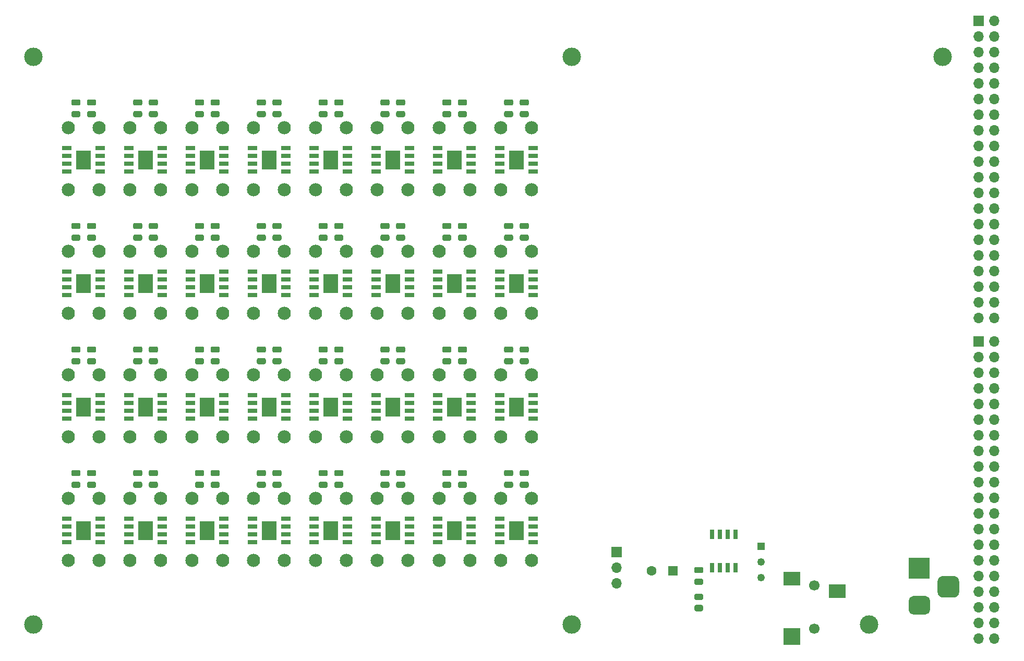
<source format=gbr>
%TF.GenerationSoftware,KiCad,Pcbnew,(5.1.7)-1*%
%TF.CreationDate,2020-11-17T12:59:15+01:00*%
%TF.ProjectId,matd_8x8,6d617464-5f38-4783-982e-6b696361645f,rev?*%
%TF.SameCoordinates,Original*%
%TF.FileFunction,Soldermask,Top*%
%TF.FilePolarity,Negative*%
%FSLAX46Y46*%
G04 Gerber Fmt 4.6, Leading zero omitted, Abs format (unit mm)*
G04 Created by KiCad (PCBNEW (5.1.7)-1) date 2020-11-17 12:59:15*
%MOMM*%
%LPD*%
G01*
G04 APERTURE LIST*
%ADD10R,1.248000X1.248000*%
%ADD11C,1.248000*%
%ADD12C,1.700000*%
%ADD13R,2.800000X2.200000*%
%ADD14R,2.800000X2.800000*%
%ADD15R,0.650000X1.528000*%
%ADD16C,1.600000*%
%ADD17R,1.600000X1.600000*%
%ADD18O,1.700000X1.700000*%
%ADD19R,1.700000X1.700000*%
%ADD20C,2.133600*%
%ADD21R,3.500000X3.500000*%
%ADD22R,1.525000X0.650000*%
%ADD23R,2.410000X3.100000*%
%ADD24C,3.000000*%
G04 APERTURE END LIST*
D10*
%TO.C,R2*%
X155702000Y-129076000D03*
D11*
X155702000Y-131616000D03*
X155702000Y-134156000D03*
%TD*%
D12*
%TO.C,J4*%
X164338000Y-135426000D03*
D13*
X168038000Y-136326000D03*
X160638000Y-134326000D03*
D14*
X160638000Y-143726000D03*
D12*
X164338000Y-142426000D03*
%TD*%
D15*
%TO.C,IC40*%
X151511000Y-127127000D03*
X150241000Y-127127000D03*
X148971000Y-127127000D03*
X147701000Y-127127000D03*
X147701000Y-132549000D03*
X148971000Y-132549000D03*
X150241000Y-132549000D03*
X151511000Y-132549000D03*
%TD*%
D16*
%TO.C,C70*%
X137851000Y-133013000D03*
D17*
X141351000Y-133013000D03*
%TD*%
%TO.C,R1*%
G36*
G01*
X145091999Y-138576000D02*
X145992001Y-138576000D01*
G75*
G02*
X146242000Y-138825999I0J-249999D01*
G01*
X146242000Y-139351001D01*
G75*
G02*
X145992001Y-139601000I-249999J0D01*
G01*
X145091999Y-139601000D01*
G75*
G02*
X144842000Y-139351001I0J249999D01*
G01*
X144842000Y-138825999D01*
G75*
G02*
X145091999Y-138576000I249999J0D01*
G01*
G37*
G36*
G01*
X145091999Y-136751000D02*
X145992001Y-136751000D01*
G75*
G02*
X146242000Y-137000999I0J-249999D01*
G01*
X146242000Y-137526001D01*
G75*
G02*
X145992001Y-137776000I-249999J0D01*
G01*
X145091999Y-137776000D01*
G75*
G02*
X144842000Y-137526001I0J249999D01*
G01*
X144842000Y-137000999D01*
G75*
G02*
X145091999Y-136751000I249999J0D01*
G01*
G37*
%TD*%
D18*
%TO.C,J5*%
X132207000Y-135045000D03*
X132207000Y-132505000D03*
D19*
X132207000Y-129965000D03*
%TD*%
%TO.C,C71*%
G36*
G01*
X145067000Y-134308000D02*
X146017000Y-134308000D01*
G75*
G02*
X146267000Y-134558000I0J-250000D01*
G01*
X146267000Y-135058000D01*
G75*
G02*
X146017000Y-135308000I-250000J0D01*
G01*
X145067000Y-135308000D01*
G75*
G02*
X144817000Y-135058000I0J250000D01*
G01*
X144817000Y-134558000D01*
G75*
G02*
X145067000Y-134308000I250000J0D01*
G01*
G37*
G36*
G01*
X145067000Y-132408000D02*
X146017000Y-132408000D01*
G75*
G02*
X146267000Y-132658000I0J-250000D01*
G01*
X146267000Y-133158000D01*
G75*
G02*
X146017000Y-133408000I-250000J0D01*
G01*
X145067000Y-133408000D01*
G75*
G02*
X144817000Y-133158000I0J250000D01*
G01*
X144817000Y-132658000D01*
G75*
G02*
X145067000Y-132408000I250000J0D01*
G01*
G37*
%TD*%
D18*
%TO.C,J2*%
X193548000Y-144018000D03*
X191008000Y-144018000D03*
X193548000Y-141478000D03*
X191008000Y-141478000D03*
X193548000Y-138938000D03*
X191008000Y-138938000D03*
X193548000Y-136398000D03*
X191008000Y-136398000D03*
X193548000Y-133858000D03*
X191008000Y-133858000D03*
X193548000Y-131318000D03*
X191008000Y-131318000D03*
X193548000Y-128778000D03*
X191008000Y-128778000D03*
X193548000Y-126238000D03*
X191008000Y-126238000D03*
X193548000Y-123698000D03*
X191008000Y-123698000D03*
X193548000Y-121158000D03*
X191008000Y-121158000D03*
X193548000Y-118618000D03*
X191008000Y-118618000D03*
X193548000Y-116078000D03*
X191008000Y-116078000D03*
X193548000Y-113538000D03*
X191008000Y-113538000D03*
X193548000Y-110998000D03*
X191008000Y-110998000D03*
X193548000Y-108458000D03*
X191008000Y-108458000D03*
X193548000Y-105918000D03*
X191008000Y-105918000D03*
X193548000Y-103378000D03*
X191008000Y-103378000D03*
X193548000Y-100838000D03*
X191008000Y-100838000D03*
X193548000Y-98298000D03*
X191008000Y-98298000D03*
X193548000Y-95758000D03*
D19*
X191008000Y-95758000D03*
%TD*%
D18*
%TO.C,J1*%
X193548000Y-91948000D03*
X191008000Y-91948000D03*
X193548000Y-89408000D03*
X191008000Y-89408000D03*
X193548000Y-86868000D03*
X191008000Y-86868000D03*
X193548000Y-84328000D03*
X191008000Y-84328000D03*
X193548000Y-81788000D03*
X191008000Y-81788000D03*
X193548000Y-79248000D03*
X191008000Y-79248000D03*
X193548000Y-76708000D03*
X191008000Y-76708000D03*
X193548000Y-74168000D03*
X191008000Y-74168000D03*
X193548000Y-71628000D03*
X191008000Y-71628000D03*
X193548000Y-69088000D03*
X191008000Y-69088000D03*
X193548000Y-66548000D03*
X191008000Y-66548000D03*
X193548000Y-64008000D03*
X191008000Y-64008000D03*
X193548000Y-61468000D03*
X191008000Y-61468000D03*
X193548000Y-58928000D03*
X191008000Y-58928000D03*
X193548000Y-56388000D03*
X191008000Y-56388000D03*
X193548000Y-53848000D03*
X191008000Y-53848000D03*
X193548000Y-51308000D03*
X191008000Y-51308000D03*
X193548000Y-48768000D03*
X191008000Y-48768000D03*
X193548000Y-46228000D03*
X191008000Y-46228000D03*
X193548000Y-43688000D03*
D19*
X191008000Y-43688000D03*
%TD*%
D20*
%TO.C,SG64*%
X113450999Y-131318000D03*
X118450999Y-131318000D03*
%TD*%
%TO.C,SG63*%
X103418000Y-131318000D03*
X108418000Y-131318000D03*
%TD*%
%TO.C,SG62*%
X93385000Y-131318000D03*
X98385000Y-131318000D03*
%TD*%
%TO.C,SG61*%
X83351999Y-131318000D03*
X88351999Y-131318000D03*
%TD*%
%TO.C,SG60*%
X73319000Y-131318000D03*
X78319000Y-131318000D03*
%TD*%
%TO.C,SG59*%
X63285999Y-131318000D03*
X68285999Y-131318000D03*
%TD*%
%TO.C,SG58*%
X53252999Y-131318000D03*
X58252999Y-131318000D03*
%TD*%
%TO.C,SG57*%
X43220000Y-131318000D03*
X48220000Y-131318000D03*
%TD*%
%TO.C,SG56*%
X113450999Y-121285000D03*
X118450999Y-121285000D03*
%TD*%
%TO.C,SG55*%
X103418000Y-121285000D03*
X108418000Y-121285000D03*
%TD*%
%TO.C,SG54*%
X93385000Y-121285000D03*
X98385000Y-121285000D03*
%TD*%
%TO.C,SG53*%
X83351999Y-121285000D03*
X88351999Y-121285000D03*
%TD*%
%TO.C,SG52*%
X73319000Y-121285000D03*
X78319000Y-121285000D03*
%TD*%
%TO.C,SG51*%
X63285999Y-121285000D03*
X68285999Y-121285000D03*
%TD*%
%TO.C,SG50*%
X53252999Y-121285000D03*
X58252999Y-121285000D03*
%TD*%
%TO.C,SG49*%
X43220000Y-121285000D03*
X48220000Y-121285000D03*
%TD*%
%TO.C,SG48*%
X113450999Y-111251999D03*
X118450999Y-111251999D03*
%TD*%
%TO.C,SG47*%
X103418000Y-111251999D03*
X108418000Y-111251999D03*
%TD*%
%TO.C,SG46*%
X93385000Y-111251999D03*
X98385000Y-111251999D03*
%TD*%
%TO.C,SG45*%
X83351999Y-111251999D03*
X88351999Y-111251999D03*
%TD*%
%TO.C,SG44*%
X73319000Y-111251999D03*
X78319000Y-111251999D03*
%TD*%
%TO.C,SG43*%
X63285999Y-111251999D03*
X68285999Y-111251999D03*
%TD*%
%TO.C,SG42*%
X53252999Y-111251999D03*
X58252999Y-111251999D03*
%TD*%
%TO.C,SG41*%
X43220000Y-111251999D03*
X48220000Y-111251999D03*
%TD*%
%TO.C,SG40*%
X113450999Y-101219000D03*
X118450999Y-101219000D03*
%TD*%
%TO.C,SG39*%
X103418000Y-101219000D03*
X108418000Y-101219000D03*
%TD*%
%TO.C,SG38*%
X93385000Y-101219000D03*
X98385000Y-101219000D03*
%TD*%
%TO.C,SG37*%
X83351999Y-101219000D03*
X88351999Y-101219000D03*
%TD*%
%TO.C,SG36*%
X73319000Y-101219000D03*
X78319000Y-101219000D03*
%TD*%
%TO.C,SG35*%
X63285999Y-101219000D03*
X68285999Y-101219000D03*
%TD*%
%TO.C,SG34*%
X53252999Y-101219000D03*
X58252999Y-101219000D03*
%TD*%
%TO.C,SG33*%
X43220000Y-101219000D03*
X48220000Y-101219000D03*
%TD*%
%TO.C,SG32*%
X113450999Y-91186000D03*
X118450999Y-91186000D03*
%TD*%
%TO.C,SG31*%
X103418000Y-91186000D03*
X108418000Y-91186000D03*
%TD*%
%TO.C,SG30*%
X93385000Y-91186000D03*
X98385000Y-91186000D03*
%TD*%
%TO.C,SG29*%
X83351999Y-91186000D03*
X88351999Y-91186000D03*
%TD*%
%TO.C,SG28*%
X73319000Y-91186000D03*
X78319000Y-91186000D03*
%TD*%
%TO.C,SG27*%
X63285999Y-91186000D03*
X68285999Y-91186000D03*
%TD*%
%TO.C,SG26*%
X53252999Y-91186000D03*
X58252999Y-91186000D03*
%TD*%
%TO.C,SG25*%
X43220000Y-91186000D03*
X48220000Y-91186000D03*
%TD*%
%TO.C,SG24*%
X113450999Y-81152999D03*
X118450999Y-81152999D03*
%TD*%
%TO.C,SG23*%
X103418000Y-81152999D03*
X108418000Y-81152999D03*
%TD*%
%TO.C,SG22*%
X93385000Y-81152999D03*
X98385000Y-81152999D03*
%TD*%
%TO.C,SG21*%
X83351999Y-81152999D03*
X88351999Y-81152999D03*
%TD*%
%TO.C,SG20*%
X73319000Y-81152999D03*
X78319000Y-81152999D03*
%TD*%
%TO.C,SG19*%
X63285999Y-81152999D03*
X68285999Y-81152999D03*
%TD*%
%TO.C,SG18*%
X53252999Y-81152999D03*
X58252999Y-81152999D03*
%TD*%
%TO.C,SG17*%
X43220000Y-81152999D03*
X48220000Y-81152999D03*
%TD*%
%TO.C,SG16*%
X113450999Y-71120000D03*
X118450999Y-71120000D03*
%TD*%
%TO.C,SG15*%
X103418000Y-71120000D03*
X108418000Y-71120000D03*
%TD*%
%TO.C,SG14*%
X93385000Y-71120000D03*
X98385000Y-71120000D03*
%TD*%
%TO.C,SG13*%
X83351999Y-71120000D03*
X88351999Y-71120000D03*
%TD*%
%TO.C,SG12*%
X73319000Y-71120000D03*
X78319000Y-71120000D03*
%TD*%
%TO.C,SG11*%
X63285999Y-71120000D03*
X68285999Y-71120000D03*
%TD*%
%TO.C,SG10*%
X53252999Y-71120000D03*
X58252999Y-71120000D03*
%TD*%
%TO.C,SG9*%
X43220000Y-71120000D03*
X48220000Y-71120000D03*
%TD*%
%TO.C,SG8*%
X113450999Y-61087000D03*
X118450999Y-61087000D03*
%TD*%
%TO.C,SG7*%
X103418000Y-61087000D03*
X108418000Y-61087000D03*
%TD*%
%TO.C,SG6*%
X93385000Y-61087000D03*
X98385000Y-61087000D03*
%TD*%
%TO.C,SG5*%
X83351999Y-61087000D03*
X88351999Y-61087000D03*
%TD*%
%TO.C,SG4*%
X73319000Y-61087000D03*
X78319000Y-61087000D03*
%TD*%
%TO.C,SG3*%
X63285999Y-61087000D03*
X68285999Y-61087000D03*
%TD*%
%TO.C,SG2*%
X53252999Y-61087000D03*
X58252999Y-61087000D03*
%TD*%
%TO.C,SG1*%
X43220000Y-61087000D03*
X48220000Y-61087000D03*
%TD*%
%TO.C,J3*%
G36*
G01*
X186931000Y-137382000D02*
X185181000Y-137382000D01*
G75*
G02*
X184306000Y-136507000I0J875000D01*
G01*
X184306000Y-134757000D01*
G75*
G02*
X185181000Y-133882000I875000J0D01*
G01*
X186931000Y-133882000D01*
G75*
G02*
X187806000Y-134757000I0J-875000D01*
G01*
X187806000Y-136507000D01*
G75*
G02*
X186931000Y-137382000I-875000J0D01*
G01*
G37*
G36*
G01*
X182356000Y-140132000D02*
X180356000Y-140132000D01*
G75*
G02*
X179606000Y-139382000I0J750000D01*
G01*
X179606000Y-137882000D01*
G75*
G02*
X180356000Y-137132000I750000J0D01*
G01*
X182356000Y-137132000D01*
G75*
G02*
X183106000Y-137882000I0J-750000D01*
G01*
X183106000Y-139382000D01*
G75*
G02*
X182356000Y-140132000I-750000J0D01*
G01*
G37*
D21*
X181356000Y-132632000D03*
%TD*%
D22*
%TO.C,IC32*%
X118662999Y-128396999D03*
X118662999Y-127126999D03*
X118662999Y-125856999D03*
X118662999Y-124586999D03*
X113238999Y-124586999D03*
X113238999Y-125856999D03*
X113238999Y-127126999D03*
X113238999Y-128396999D03*
D23*
X115950999Y-126491999D03*
%TD*%
D22*
%TO.C,IC31*%
X108630000Y-128396999D03*
X108630000Y-127126999D03*
X108630000Y-125856999D03*
X108630000Y-124586999D03*
X103206000Y-124586999D03*
X103206000Y-125856999D03*
X103206000Y-127126999D03*
X103206000Y-128396999D03*
D23*
X105918000Y-126491999D03*
%TD*%
D22*
%TO.C,IC30*%
X98597000Y-128396999D03*
X98597000Y-127126999D03*
X98597000Y-125856999D03*
X98597000Y-124586999D03*
X93173000Y-124586999D03*
X93173000Y-125856999D03*
X93173000Y-127126999D03*
X93173000Y-128396999D03*
D23*
X95885000Y-126491999D03*
%TD*%
D22*
%TO.C,IC29*%
X88563999Y-128396999D03*
X88563999Y-127126999D03*
X88563999Y-125856999D03*
X88563999Y-124586999D03*
X83139999Y-124586999D03*
X83139999Y-125856999D03*
X83139999Y-127126999D03*
X83139999Y-128396999D03*
D23*
X85851999Y-126491999D03*
%TD*%
D22*
%TO.C,IC28*%
X78531000Y-128396999D03*
X78531000Y-127126999D03*
X78531000Y-125856999D03*
X78531000Y-124586999D03*
X73107000Y-124586999D03*
X73107000Y-125856999D03*
X73107000Y-127126999D03*
X73107000Y-128396999D03*
D23*
X75819000Y-126491999D03*
%TD*%
D22*
%TO.C,IC27*%
X68497999Y-128396999D03*
X68497999Y-127126999D03*
X68497999Y-125856999D03*
X68497999Y-124586999D03*
X63073999Y-124586999D03*
X63073999Y-125856999D03*
X63073999Y-127126999D03*
X63073999Y-128396999D03*
D23*
X65785999Y-126491999D03*
%TD*%
D22*
%TO.C,IC26*%
X58464999Y-128396999D03*
X58464999Y-127126999D03*
X58464999Y-125856999D03*
X58464999Y-124586999D03*
X53040999Y-124586999D03*
X53040999Y-125856999D03*
X53040999Y-127126999D03*
X53040999Y-128396999D03*
D23*
X55752999Y-126491999D03*
%TD*%
D22*
%TO.C,IC25*%
X48432000Y-128396999D03*
X48432000Y-127126999D03*
X48432000Y-125856999D03*
X48432000Y-124586999D03*
X43008000Y-124586999D03*
X43008000Y-125856999D03*
X43008000Y-127126999D03*
X43008000Y-128396999D03*
D23*
X45720000Y-126491999D03*
%TD*%
D22*
%TO.C,IC24*%
X118662999Y-108330999D03*
X118662999Y-107060999D03*
X118662999Y-105790999D03*
X118662999Y-104520999D03*
X113238999Y-104520999D03*
X113238999Y-105790999D03*
X113238999Y-107060999D03*
X113238999Y-108330999D03*
D23*
X115950999Y-106425999D03*
%TD*%
D22*
%TO.C,IC23*%
X108630000Y-108330999D03*
X108630000Y-107060999D03*
X108630000Y-105790999D03*
X108630000Y-104520999D03*
X103206000Y-104520999D03*
X103206000Y-105790999D03*
X103206000Y-107060999D03*
X103206000Y-108330999D03*
D23*
X105918000Y-106425999D03*
%TD*%
D22*
%TO.C,IC22*%
X98597000Y-108330999D03*
X98597000Y-107060999D03*
X98597000Y-105790999D03*
X98597000Y-104520999D03*
X93173000Y-104520999D03*
X93173000Y-105790999D03*
X93173000Y-107060999D03*
X93173000Y-108330999D03*
D23*
X95885000Y-106425999D03*
%TD*%
D22*
%TO.C,IC21*%
X88563999Y-108330999D03*
X88563999Y-107060999D03*
X88563999Y-105790999D03*
X88563999Y-104520999D03*
X83139999Y-104520999D03*
X83139999Y-105790999D03*
X83139999Y-107060999D03*
X83139999Y-108330999D03*
D23*
X85851999Y-106425999D03*
%TD*%
D22*
%TO.C,IC20*%
X78531000Y-108330999D03*
X78531000Y-107060999D03*
X78531000Y-105790999D03*
X78531000Y-104520999D03*
X73107000Y-104520999D03*
X73107000Y-105790999D03*
X73107000Y-107060999D03*
X73107000Y-108330999D03*
D23*
X75819000Y-106425999D03*
%TD*%
D22*
%TO.C,IC19*%
X68497999Y-108330999D03*
X68497999Y-107060999D03*
X68497999Y-105790999D03*
X68497999Y-104520999D03*
X63073999Y-104520999D03*
X63073999Y-105790999D03*
X63073999Y-107060999D03*
X63073999Y-108330999D03*
D23*
X65785999Y-106425999D03*
%TD*%
D22*
%TO.C,IC18*%
X58464999Y-108330999D03*
X58464999Y-107060999D03*
X58464999Y-105790999D03*
X58464999Y-104520999D03*
X53040999Y-104520999D03*
X53040999Y-105790999D03*
X53040999Y-107060999D03*
X53040999Y-108330999D03*
D23*
X55752999Y-106425999D03*
%TD*%
D22*
%TO.C,IC17*%
X48432000Y-108330999D03*
X48432000Y-107060999D03*
X48432000Y-105790999D03*
X48432000Y-104520999D03*
X43008000Y-104520999D03*
X43008000Y-105790999D03*
X43008000Y-107060999D03*
X43008000Y-108330999D03*
D23*
X45720000Y-106425999D03*
%TD*%
D22*
%TO.C,IC16*%
X118662999Y-88265000D03*
X118662999Y-86995000D03*
X118662999Y-85725000D03*
X118662999Y-84455000D03*
X113238999Y-84455000D03*
X113238999Y-85725000D03*
X113238999Y-86995000D03*
X113238999Y-88265000D03*
D23*
X115950999Y-86360000D03*
%TD*%
D22*
%TO.C,IC15*%
X108630000Y-88265000D03*
X108630000Y-86995000D03*
X108630000Y-85725000D03*
X108630000Y-84455000D03*
X103206000Y-84455000D03*
X103206000Y-85725000D03*
X103206000Y-86995000D03*
X103206000Y-88265000D03*
D23*
X105918000Y-86360000D03*
%TD*%
D22*
%TO.C,IC14*%
X98597000Y-88265000D03*
X98597000Y-86995000D03*
X98597000Y-85725000D03*
X98597000Y-84455000D03*
X93173000Y-84455000D03*
X93173000Y-85725000D03*
X93173000Y-86995000D03*
X93173000Y-88265000D03*
D23*
X95885000Y-86360000D03*
%TD*%
D22*
%TO.C,IC13*%
X88563999Y-88265000D03*
X88563999Y-86995000D03*
X88563999Y-85725000D03*
X88563999Y-84455000D03*
X83139999Y-84455000D03*
X83139999Y-85725000D03*
X83139999Y-86995000D03*
X83139999Y-88265000D03*
D23*
X85851999Y-86360000D03*
%TD*%
D22*
%TO.C,IC12*%
X78531000Y-88265000D03*
X78531000Y-86995000D03*
X78531000Y-85725000D03*
X78531000Y-84455000D03*
X73107000Y-84455000D03*
X73107000Y-85725000D03*
X73107000Y-86995000D03*
X73107000Y-88265000D03*
D23*
X75819000Y-86360000D03*
%TD*%
D22*
%TO.C,IC11*%
X68497999Y-88265000D03*
X68497999Y-86995000D03*
X68497999Y-85725000D03*
X68497999Y-84455000D03*
X63073999Y-84455000D03*
X63073999Y-85725000D03*
X63073999Y-86995000D03*
X63073999Y-88265000D03*
D23*
X65785999Y-86360000D03*
%TD*%
D22*
%TO.C,IC10*%
X58464999Y-88265000D03*
X58464999Y-86995000D03*
X58464999Y-85725000D03*
X58464999Y-84455000D03*
X53040999Y-84455000D03*
X53040999Y-85725000D03*
X53040999Y-86995000D03*
X53040999Y-88265000D03*
D23*
X55752999Y-86360000D03*
%TD*%
D22*
%TO.C,IC9*%
X48432000Y-88265000D03*
X48432000Y-86995000D03*
X48432000Y-85725000D03*
X48432000Y-84455000D03*
X43008000Y-84455000D03*
X43008000Y-85725000D03*
X43008000Y-86995000D03*
X43008000Y-88265000D03*
D23*
X45720000Y-86360000D03*
%TD*%
D22*
%TO.C,IC8*%
X118662999Y-68199000D03*
X118662999Y-66929000D03*
X118662999Y-65659000D03*
X118662999Y-64389000D03*
X113238999Y-64389000D03*
X113238999Y-65659000D03*
X113238999Y-66929000D03*
X113238999Y-68199000D03*
D23*
X115950999Y-66294000D03*
%TD*%
D22*
%TO.C,IC7*%
X108630000Y-68199000D03*
X108630000Y-66929000D03*
X108630000Y-65659000D03*
X108630000Y-64389000D03*
X103206000Y-64389000D03*
X103206000Y-65659000D03*
X103206000Y-66929000D03*
X103206000Y-68199000D03*
D23*
X105918000Y-66294000D03*
%TD*%
D22*
%TO.C,IC6*%
X98597000Y-68199000D03*
X98597000Y-66929000D03*
X98597000Y-65659000D03*
X98597000Y-64389000D03*
X93173000Y-64389000D03*
X93173000Y-65659000D03*
X93173000Y-66929000D03*
X93173000Y-68199000D03*
D23*
X95885000Y-66294000D03*
%TD*%
D22*
%TO.C,IC5*%
X88563999Y-68199000D03*
X88563999Y-66929000D03*
X88563999Y-65659000D03*
X88563999Y-64389000D03*
X83139999Y-64389000D03*
X83139999Y-65659000D03*
X83139999Y-66929000D03*
X83139999Y-68199000D03*
D23*
X85851999Y-66294000D03*
%TD*%
D22*
%TO.C,IC4*%
X78531000Y-68199000D03*
X78531000Y-66929000D03*
X78531000Y-65659000D03*
X78531000Y-64389000D03*
X73107000Y-64389000D03*
X73107000Y-65659000D03*
X73107000Y-66929000D03*
X73107000Y-68199000D03*
D23*
X75819000Y-66294000D03*
%TD*%
D22*
%TO.C,IC3*%
X68497999Y-68199000D03*
X68497999Y-66929000D03*
X68497999Y-65659000D03*
X68497999Y-64389000D03*
X63073999Y-64389000D03*
X63073999Y-65659000D03*
X63073999Y-66929000D03*
X63073999Y-68199000D03*
D23*
X65785999Y-66294000D03*
%TD*%
D22*
%TO.C,IC2*%
X58464999Y-68199000D03*
X58464999Y-66929000D03*
X58464999Y-65659000D03*
X58464999Y-64389000D03*
X53040999Y-64389000D03*
X53040999Y-65659000D03*
X53040999Y-66929000D03*
X53040999Y-68199000D03*
D23*
X55752999Y-66294000D03*
%TD*%
D22*
%TO.C,IC1*%
X48432000Y-68199000D03*
X48432000Y-66929000D03*
X48432000Y-65659000D03*
X48432000Y-64389000D03*
X43008000Y-64389000D03*
X43008000Y-65659000D03*
X43008000Y-66929000D03*
X43008000Y-68199000D03*
D23*
X45720000Y-66294000D03*
%TD*%
%TO.C,C64*%
G36*
G01*
X116745999Y-118560000D02*
X117695999Y-118560000D01*
G75*
G02*
X117945999Y-118810000I0J-250000D01*
G01*
X117945999Y-119310000D01*
G75*
G02*
X117695999Y-119560000I-250000J0D01*
G01*
X116745999Y-119560000D01*
G75*
G02*
X116495999Y-119310000I0J250000D01*
G01*
X116495999Y-118810000D01*
G75*
G02*
X116745999Y-118560000I250000J0D01*
G01*
G37*
G36*
G01*
X116745999Y-116660000D02*
X117695999Y-116660000D01*
G75*
G02*
X117945999Y-116910000I0J-250000D01*
G01*
X117945999Y-117410000D01*
G75*
G02*
X117695999Y-117660000I-250000J0D01*
G01*
X116745999Y-117660000D01*
G75*
G02*
X116495999Y-117410000I0J250000D01*
G01*
X116495999Y-116910000D01*
G75*
G02*
X116745999Y-116660000I250000J0D01*
G01*
G37*
%TD*%
%TO.C,C62*%
G36*
G01*
X114205999Y-118560000D02*
X115155999Y-118560000D01*
G75*
G02*
X115405999Y-118810000I0J-250000D01*
G01*
X115405999Y-119310000D01*
G75*
G02*
X115155999Y-119560000I-250000J0D01*
G01*
X114205999Y-119560000D01*
G75*
G02*
X113955999Y-119310000I0J250000D01*
G01*
X113955999Y-118810000D01*
G75*
G02*
X114205999Y-118560000I250000J0D01*
G01*
G37*
G36*
G01*
X114205999Y-116660000D02*
X115155999Y-116660000D01*
G75*
G02*
X115405999Y-116910000I0J-250000D01*
G01*
X115405999Y-117410000D01*
G75*
G02*
X115155999Y-117660000I-250000J0D01*
G01*
X114205999Y-117660000D01*
G75*
G02*
X113955999Y-117410000I0J250000D01*
G01*
X113955999Y-116910000D01*
G75*
G02*
X114205999Y-116660000I250000J0D01*
G01*
G37*
%TD*%
%TO.C,C60*%
G36*
G01*
X106713000Y-118560000D02*
X107663000Y-118560000D01*
G75*
G02*
X107913000Y-118810000I0J-250000D01*
G01*
X107913000Y-119310000D01*
G75*
G02*
X107663000Y-119560000I-250000J0D01*
G01*
X106713000Y-119560000D01*
G75*
G02*
X106463000Y-119310000I0J250000D01*
G01*
X106463000Y-118810000D01*
G75*
G02*
X106713000Y-118560000I250000J0D01*
G01*
G37*
G36*
G01*
X106713000Y-116660000D02*
X107663000Y-116660000D01*
G75*
G02*
X107913000Y-116910000I0J-250000D01*
G01*
X107913000Y-117410000D01*
G75*
G02*
X107663000Y-117660000I-250000J0D01*
G01*
X106713000Y-117660000D01*
G75*
G02*
X106463000Y-117410000I0J250000D01*
G01*
X106463000Y-116910000D01*
G75*
G02*
X106713000Y-116660000I250000J0D01*
G01*
G37*
%TD*%
%TO.C,C58*%
G36*
G01*
X104173000Y-118560000D02*
X105123000Y-118560000D01*
G75*
G02*
X105373000Y-118810000I0J-250000D01*
G01*
X105373000Y-119310000D01*
G75*
G02*
X105123000Y-119560000I-250000J0D01*
G01*
X104173000Y-119560000D01*
G75*
G02*
X103923000Y-119310000I0J250000D01*
G01*
X103923000Y-118810000D01*
G75*
G02*
X104173000Y-118560000I250000J0D01*
G01*
G37*
G36*
G01*
X104173000Y-116660000D02*
X105123000Y-116660000D01*
G75*
G02*
X105373000Y-116910000I0J-250000D01*
G01*
X105373000Y-117410000D01*
G75*
G02*
X105123000Y-117660000I-250000J0D01*
G01*
X104173000Y-117660000D01*
G75*
G02*
X103923000Y-117410000I0J250000D01*
G01*
X103923000Y-116910000D01*
G75*
G02*
X104173000Y-116660000I250000J0D01*
G01*
G37*
%TD*%
%TO.C,C63*%
G36*
G01*
X96680000Y-118560000D02*
X97630000Y-118560000D01*
G75*
G02*
X97880000Y-118810000I0J-250000D01*
G01*
X97880000Y-119310000D01*
G75*
G02*
X97630000Y-119560000I-250000J0D01*
G01*
X96680000Y-119560000D01*
G75*
G02*
X96430000Y-119310000I0J250000D01*
G01*
X96430000Y-118810000D01*
G75*
G02*
X96680000Y-118560000I250000J0D01*
G01*
G37*
G36*
G01*
X96680000Y-116660000D02*
X97630000Y-116660000D01*
G75*
G02*
X97880000Y-116910000I0J-250000D01*
G01*
X97880000Y-117410000D01*
G75*
G02*
X97630000Y-117660000I-250000J0D01*
G01*
X96680000Y-117660000D01*
G75*
G02*
X96430000Y-117410000I0J250000D01*
G01*
X96430000Y-116910000D01*
G75*
G02*
X96680000Y-116660000I250000J0D01*
G01*
G37*
%TD*%
%TO.C,C61*%
G36*
G01*
X94140000Y-118560000D02*
X95090000Y-118560000D01*
G75*
G02*
X95340000Y-118810000I0J-250000D01*
G01*
X95340000Y-119310000D01*
G75*
G02*
X95090000Y-119560000I-250000J0D01*
G01*
X94140000Y-119560000D01*
G75*
G02*
X93890000Y-119310000I0J250000D01*
G01*
X93890000Y-118810000D01*
G75*
G02*
X94140000Y-118560000I250000J0D01*
G01*
G37*
G36*
G01*
X94140000Y-116660000D02*
X95090000Y-116660000D01*
G75*
G02*
X95340000Y-116910000I0J-250000D01*
G01*
X95340000Y-117410000D01*
G75*
G02*
X95090000Y-117660000I-250000J0D01*
G01*
X94140000Y-117660000D01*
G75*
G02*
X93890000Y-117410000I0J250000D01*
G01*
X93890000Y-116910000D01*
G75*
G02*
X94140000Y-116660000I250000J0D01*
G01*
G37*
%TD*%
%TO.C,C59*%
G36*
G01*
X86646999Y-118560000D02*
X87596999Y-118560000D01*
G75*
G02*
X87846999Y-118810000I0J-250000D01*
G01*
X87846999Y-119310000D01*
G75*
G02*
X87596999Y-119560000I-250000J0D01*
G01*
X86646999Y-119560000D01*
G75*
G02*
X86396999Y-119310000I0J250000D01*
G01*
X86396999Y-118810000D01*
G75*
G02*
X86646999Y-118560000I250000J0D01*
G01*
G37*
G36*
G01*
X86646999Y-116660000D02*
X87596999Y-116660000D01*
G75*
G02*
X87846999Y-116910000I0J-250000D01*
G01*
X87846999Y-117410000D01*
G75*
G02*
X87596999Y-117660000I-250000J0D01*
G01*
X86646999Y-117660000D01*
G75*
G02*
X86396999Y-117410000I0J250000D01*
G01*
X86396999Y-116910000D01*
G75*
G02*
X86646999Y-116660000I250000J0D01*
G01*
G37*
%TD*%
%TO.C,C57*%
G36*
G01*
X84106999Y-118560000D02*
X85056999Y-118560000D01*
G75*
G02*
X85306999Y-118810000I0J-250000D01*
G01*
X85306999Y-119310000D01*
G75*
G02*
X85056999Y-119560000I-250000J0D01*
G01*
X84106999Y-119560000D01*
G75*
G02*
X83856999Y-119310000I0J250000D01*
G01*
X83856999Y-118810000D01*
G75*
G02*
X84106999Y-118560000I250000J0D01*
G01*
G37*
G36*
G01*
X84106999Y-116660000D02*
X85056999Y-116660000D01*
G75*
G02*
X85306999Y-116910000I0J-250000D01*
G01*
X85306999Y-117410000D01*
G75*
G02*
X85056999Y-117660000I-250000J0D01*
G01*
X84106999Y-117660000D01*
G75*
G02*
X83856999Y-117410000I0J250000D01*
G01*
X83856999Y-116910000D01*
G75*
G02*
X84106999Y-116660000I250000J0D01*
G01*
G37*
%TD*%
%TO.C,C56*%
G36*
G01*
X76614000Y-118560000D02*
X77564000Y-118560000D01*
G75*
G02*
X77814000Y-118810000I0J-250000D01*
G01*
X77814000Y-119310000D01*
G75*
G02*
X77564000Y-119560000I-250000J0D01*
G01*
X76614000Y-119560000D01*
G75*
G02*
X76364000Y-119310000I0J250000D01*
G01*
X76364000Y-118810000D01*
G75*
G02*
X76614000Y-118560000I250000J0D01*
G01*
G37*
G36*
G01*
X76614000Y-116660000D02*
X77564000Y-116660000D01*
G75*
G02*
X77814000Y-116910000I0J-250000D01*
G01*
X77814000Y-117410000D01*
G75*
G02*
X77564000Y-117660000I-250000J0D01*
G01*
X76614000Y-117660000D01*
G75*
G02*
X76364000Y-117410000I0J250000D01*
G01*
X76364000Y-116910000D01*
G75*
G02*
X76614000Y-116660000I250000J0D01*
G01*
G37*
%TD*%
%TO.C,C54*%
G36*
G01*
X74074000Y-118560000D02*
X75024000Y-118560000D01*
G75*
G02*
X75274000Y-118810000I0J-250000D01*
G01*
X75274000Y-119310000D01*
G75*
G02*
X75024000Y-119560000I-250000J0D01*
G01*
X74074000Y-119560000D01*
G75*
G02*
X73824000Y-119310000I0J250000D01*
G01*
X73824000Y-118810000D01*
G75*
G02*
X74074000Y-118560000I250000J0D01*
G01*
G37*
G36*
G01*
X74074000Y-116660000D02*
X75024000Y-116660000D01*
G75*
G02*
X75274000Y-116910000I0J-250000D01*
G01*
X75274000Y-117410000D01*
G75*
G02*
X75024000Y-117660000I-250000J0D01*
G01*
X74074000Y-117660000D01*
G75*
G02*
X73824000Y-117410000I0J250000D01*
G01*
X73824000Y-116910000D01*
G75*
G02*
X74074000Y-116660000I250000J0D01*
G01*
G37*
%TD*%
%TO.C,C52*%
G36*
G01*
X66580999Y-118560000D02*
X67530999Y-118560000D01*
G75*
G02*
X67780999Y-118810000I0J-250000D01*
G01*
X67780999Y-119310000D01*
G75*
G02*
X67530999Y-119560000I-250000J0D01*
G01*
X66580999Y-119560000D01*
G75*
G02*
X66330999Y-119310000I0J250000D01*
G01*
X66330999Y-118810000D01*
G75*
G02*
X66580999Y-118560000I250000J0D01*
G01*
G37*
G36*
G01*
X66580999Y-116660000D02*
X67530999Y-116660000D01*
G75*
G02*
X67780999Y-116910000I0J-250000D01*
G01*
X67780999Y-117410000D01*
G75*
G02*
X67530999Y-117660000I-250000J0D01*
G01*
X66580999Y-117660000D01*
G75*
G02*
X66330999Y-117410000I0J250000D01*
G01*
X66330999Y-116910000D01*
G75*
G02*
X66580999Y-116660000I250000J0D01*
G01*
G37*
%TD*%
%TO.C,C50*%
G36*
G01*
X64040999Y-118560000D02*
X64990999Y-118560000D01*
G75*
G02*
X65240999Y-118810000I0J-250000D01*
G01*
X65240999Y-119310000D01*
G75*
G02*
X64990999Y-119560000I-250000J0D01*
G01*
X64040999Y-119560000D01*
G75*
G02*
X63790999Y-119310000I0J250000D01*
G01*
X63790999Y-118810000D01*
G75*
G02*
X64040999Y-118560000I250000J0D01*
G01*
G37*
G36*
G01*
X64040999Y-116660000D02*
X64990999Y-116660000D01*
G75*
G02*
X65240999Y-116910000I0J-250000D01*
G01*
X65240999Y-117410000D01*
G75*
G02*
X64990999Y-117660000I-250000J0D01*
G01*
X64040999Y-117660000D01*
G75*
G02*
X63790999Y-117410000I0J250000D01*
G01*
X63790999Y-116910000D01*
G75*
G02*
X64040999Y-116660000I250000J0D01*
G01*
G37*
%TD*%
%TO.C,C55*%
G36*
G01*
X56547999Y-118560000D02*
X57497999Y-118560000D01*
G75*
G02*
X57747999Y-118810000I0J-250000D01*
G01*
X57747999Y-119310000D01*
G75*
G02*
X57497999Y-119560000I-250000J0D01*
G01*
X56547999Y-119560000D01*
G75*
G02*
X56297999Y-119310000I0J250000D01*
G01*
X56297999Y-118810000D01*
G75*
G02*
X56547999Y-118560000I250000J0D01*
G01*
G37*
G36*
G01*
X56547999Y-116660000D02*
X57497999Y-116660000D01*
G75*
G02*
X57747999Y-116910000I0J-250000D01*
G01*
X57747999Y-117410000D01*
G75*
G02*
X57497999Y-117660000I-250000J0D01*
G01*
X56547999Y-117660000D01*
G75*
G02*
X56297999Y-117410000I0J250000D01*
G01*
X56297999Y-116910000D01*
G75*
G02*
X56547999Y-116660000I250000J0D01*
G01*
G37*
%TD*%
%TO.C,C53*%
G36*
G01*
X54007999Y-118560000D02*
X54957999Y-118560000D01*
G75*
G02*
X55207999Y-118810000I0J-250000D01*
G01*
X55207999Y-119310000D01*
G75*
G02*
X54957999Y-119560000I-250000J0D01*
G01*
X54007999Y-119560000D01*
G75*
G02*
X53757999Y-119310000I0J250000D01*
G01*
X53757999Y-118810000D01*
G75*
G02*
X54007999Y-118560000I250000J0D01*
G01*
G37*
G36*
G01*
X54007999Y-116660000D02*
X54957999Y-116660000D01*
G75*
G02*
X55207999Y-116910000I0J-250000D01*
G01*
X55207999Y-117410000D01*
G75*
G02*
X54957999Y-117660000I-250000J0D01*
G01*
X54007999Y-117660000D01*
G75*
G02*
X53757999Y-117410000I0J250000D01*
G01*
X53757999Y-116910000D01*
G75*
G02*
X54007999Y-116660000I250000J0D01*
G01*
G37*
%TD*%
%TO.C,C51*%
G36*
G01*
X46515000Y-118560000D02*
X47465000Y-118560000D01*
G75*
G02*
X47715000Y-118810000I0J-250000D01*
G01*
X47715000Y-119310000D01*
G75*
G02*
X47465000Y-119560000I-250000J0D01*
G01*
X46515000Y-119560000D01*
G75*
G02*
X46265000Y-119310000I0J250000D01*
G01*
X46265000Y-118810000D01*
G75*
G02*
X46515000Y-118560000I250000J0D01*
G01*
G37*
G36*
G01*
X46515000Y-116660000D02*
X47465000Y-116660000D01*
G75*
G02*
X47715000Y-116910000I0J-250000D01*
G01*
X47715000Y-117410000D01*
G75*
G02*
X47465000Y-117660000I-250000J0D01*
G01*
X46515000Y-117660000D01*
G75*
G02*
X46265000Y-117410000I0J250000D01*
G01*
X46265000Y-116910000D01*
G75*
G02*
X46515000Y-116660000I250000J0D01*
G01*
G37*
%TD*%
%TO.C,C49*%
G36*
G01*
X43975000Y-118560000D02*
X44925000Y-118560000D01*
G75*
G02*
X45175000Y-118810000I0J-250000D01*
G01*
X45175000Y-119310000D01*
G75*
G02*
X44925000Y-119560000I-250000J0D01*
G01*
X43975000Y-119560000D01*
G75*
G02*
X43725000Y-119310000I0J250000D01*
G01*
X43725000Y-118810000D01*
G75*
G02*
X43975000Y-118560000I250000J0D01*
G01*
G37*
G36*
G01*
X43975000Y-116660000D02*
X44925000Y-116660000D01*
G75*
G02*
X45175000Y-116910000I0J-250000D01*
G01*
X45175000Y-117410000D01*
G75*
G02*
X44925000Y-117660000I-250000J0D01*
G01*
X43975000Y-117660000D01*
G75*
G02*
X43725000Y-117410000I0J250000D01*
G01*
X43725000Y-116910000D01*
G75*
G02*
X43975000Y-116660000I250000J0D01*
G01*
G37*
%TD*%
%TO.C,C48*%
G36*
G01*
X116745999Y-98494000D02*
X117695999Y-98494000D01*
G75*
G02*
X117945999Y-98744000I0J-250000D01*
G01*
X117945999Y-99244000D01*
G75*
G02*
X117695999Y-99494000I-250000J0D01*
G01*
X116745999Y-99494000D01*
G75*
G02*
X116495999Y-99244000I0J250000D01*
G01*
X116495999Y-98744000D01*
G75*
G02*
X116745999Y-98494000I250000J0D01*
G01*
G37*
G36*
G01*
X116745999Y-96594000D02*
X117695999Y-96594000D01*
G75*
G02*
X117945999Y-96844000I0J-250000D01*
G01*
X117945999Y-97344000D01*
G75*
G02*
X117695999Y-97594000I-250000J0D01*
G01*
X116745999Y-97594000D01*
G75*
G02*
X116495999Y-97344000I0J250000D01*
G01*
X116495999Y-96844000D01*
G75*
G02*
X116745999Y-96594000I250000J0D01*
G01*
G37*
%TD*%
%TO.C,C46*%
G36*
G01*
X114205999Y-98494000D02*
X115155999Y-98494000D01*
G75*
G02*
X115405999Y-98744000I0J-250000D01*
G01*
X115405999Y-99244000D01*
G75*
G02*
X115155999Y-99494000I-250000J0D01*
G01*
X114205999Y-99494000D01*
G75*
G02*
X113955999Y-99244000I0J250000D01*
G01*
X113955999Y-98744000D01*
G75*
G02*
X114205999Y-98494000I250000J0D01*
G01*
G37*
G36*
G01*
X114205999Y-96594000D02*
X115155999Y-96594000D01*
G75*
G02*
X115405999Y-96844000I0J-250000D01*
G01*
X115405999Y-97344000D01*
G75*
G02*
X115155999Y-97594000I-250000J0D01*
G01*
X114205999Y-97594000D01*
G75*
G02*
X113955999Y-97344000I0J250000D01*
G01*
X113955999Y-96844000D01*
G75*
G02*
X114205999Y-96594000I250000J0D01*
G01*
G37*
%TD*%
%TO.C,C44*%
G36*
G01*
X106713000Y-98494000D02*
X107663000Y-98494000D01*
G75*
G02*
X107913000Y-98744000I0J-250000D01*
G01*
X107913000Y-99244000D01*
G75*
G02*
X107663000Y-99494000I-250000J0D01*
G01*
X106713000Y-99494000D01*
G75*
G02*
X106463000Y-99244000I0J250000D01*
G01*
X106463000Y-98744000D01*
G75*
G02*
X106713000Y-98494000I250000J0D01*
G01*
G37*
G36*
G01*
X106713000Y-96594000D02*
X107663000Y-96594000D01*
G75*
G02*
X107913000Y-96844000I0J-250000D01*
G01*
X107913000Y-97344000D01*
G75*
G02*
X107663000Y-97594000I-250000J0D01*
G01*
X106713000Y-97594000D01*
G75*
G02*
X106463000Y-97344000I0J250000D01*
G01*
X106463000Y-96844000D01*
G75*
G02*
X106713000Y-96594000I250000J0D01*
G01*
G37*
%TD*%
%TO.C,C42*%
G36*
G01*
X104173000Y-98494000D02*
X105123000Y-98494000D01*
G75*
G02*
X105373000Y-98744000I0J-250000D01*
G01*
X105373000Y-99244000D01*
G75*
G02*
X105123000Y-99494000I-250000J0D01*
G01*
X104173000Y-99494000D01*
G75*
G02*
X103923000Y-99244000I0J250000D01*
G01*
X103923000Y-98744000D01*
G75*
G02*
X104173000Y-98494000I250000J0D01*
G01*
G37*
G36*
G01*
X104173000Y-96594000D02*
X105123000Y-96594000D01*
G75*
G02*
X105373000Y-96844000I0J-250000D01*
G01*
X105373000Y-97344000D01*
G75*
G02*
X105123000Y-97594000I-250000J0D01*
G01*
X104173000Y-97594000D01*
G75*
G02*
X103923000Y-97344000I0J250000D01*
G01*
X103923000Y-96844000D01*
G75*
G02*
X104173000Y-96594000I250000J0D01*
G01*
G37*
%TD*%
%TO.C,C47*%
G36*
G01*
X96680000Y-98494000D02*
X97630000Y-98494000D01*
G75*
G02*
X97880000Y-98744000I0J-250000D01*
G01*
X97880000Y-99244000D01*
G75*
G02*
X97630000Y-99494000I-250000J0D01*
G01*
X96680000Y-99494000D01*
G75*
G02*
X96430000Y-99244000I0J250000D01*
G01*
X96430000Y-98744000D01*
G75*
G02*
X96680000Y-98494000I250000J0D01*
G01*
G37*
G36*
G01*
X96680000Y-96594000D02*
X97630000Y-96594000D01*
G75*
G02*
X97880000Y-96844000I0J-250000D01*
G01*
X97880000Y-97344000D01*
G75*
G02*
X97630000Y-97594000I-250000J0D01*
G01*
X96680000Y-97594000D01*
G75*
G02*
X96430000Y-97344000I0J250000D01*
G01*
X96430000Y-96844000D01*
G75*
G02*
X96680000Y-96594000I250000J0D01*
G01*
G37*
%TD*%
%TO.C,C45*%
G36*
G01*
X94140000Y-98494000D02*
X95090000Y-98494000D01*
G75*
G02*
X95340000Y-98744000I0J-250000D01*
G01*
X95340000Y-99244000D01*
G75*
G02*
X95090000Y-99494000I-250000J0D01*
G01*
X94140000Y-99494000D01*
G75*
G02*
X93890000Y-99244000I0J250000D01*
G01*
X93890000Y-98744000D01*
G75*
G02*
X94140000Y-98494000I250000J0D01*
G01*
G37*
G36*
G01*
X94140000Y-96594000D02*
X95090000Y-96594000D01*
G75*
G02*
X95340000Y-96844000I0J-250000D01*
G01*
X95340000Y-97344000D01*
G75*
G02*
X95090000Y-97594000I-250000J0D01*
G01*
X94140000Y-97594000D01*
G75*
G02*
X93890000Y-97344000I0J250000D01*
G01*
X93890000Y-96844000D01*
G75*
G02*
X94140000Y-96594000I250000J0D01*
G01*
G37*
%TD*%
%TO.C,C43*%
G36*
G01*
X86646999Y-98494000D02*
X87596999Y-98494000D01*
G75*
G02*
X87846999Y-98744000I0J-250000D01*
G01*
X87846999Y-99244000D01*
G75*
G02*
X87596999Y-99494000I-250000J0D01*
G01*
X86646999Y-99494000D01*
G75*
G02*
X86396999Y-99244000I0J250000D01*
G01*
X86396999Y-98744000D01*
G75*
G02*
X86646999Y-98494000I250000J0D01*
G01*
G37*
G36*
G01*
X86646999Y-96594000D02*
X87596999Y-96594000D01*
G75*
G02*
X87846999Y-96844000I0J-250000D01*
G01*
X87846999Y-97344000D01*
G75*
G02*
X87596999Y-97594000I-250000J0D01*
G01*
X86646999Y-97594000D01*
G75*
G02*
X86396999Y-97344000I0J250000D01*
G01*
X86396999Y-96844000D01*
G75*
G02*
X86646999Y-96594000I250000J0D01*
G01*
G37*
%TD*%
%TO.C,C41*%
G36*
G01*
X84106999Y-98494000D02*
X85056999Y-98494000D01*
G75*
G02*
X85306999Y-98744000I0J-250000D01*
G01*
X85306999Y-99244000D01*
G75*
G02*
X85056999Y-99494000I-250000J0D01*
G01*
X84106999Y-99494000D01*
G75*
G02*
X83856999Y-99244000I0J250000D01*
G01*
X83856999Y-98744000D01*
G75*
G02*
X84106999Y-98494000I250000J0D01*
G01*
G37*
G36*
G01*
X84106999Y-96594000D02*
X85056999Y-96594000D01*
G75*
G02*
X85306999Y-96844000I0J-250000D01*
G01*
X85306999Y-97344000D01*
G75*
G02*
X85056999Y-97594000I-250000J0D01*
G01*
X84106999Y-97594000D01*
G75*
G02*
X83856999Y-97344000I0J250000D01*
G01*
X83856999Y-96844000D01*
G75*
G02*
X84106999Y-96594000I250000J0D01*
G01*
G37*
%TD*%
%TO.C,C40*%
G36*
G01*
X76614000Y-98494000D02*
X77564000Y-98494000D01*
G75*
G02*
X77814000Y-98744000I0J-250000D01*
G01*
X77814000Y-99244000D01*
G75*
G02*
X77564000Y-99494000I-250000J0D01*
G01*
X76614000Y-99494000D01*
G75*
G02*
X76364000Y-99244000I0J250000D01*
G01*
X76364000Y-98744000D01*
G75*
G02*
X76614000Y-98494000I250000J0D01*
G01*
G37*
G36*
G01*
X76614000Y-96594000D02*
X77564000Y-96594000D01*
G75*
G02*
X77814000Y-96844000I0J-250000D01*
G01*
X77814000Y-97344000D01*
G75*
G02*
X77564000Y-97594000I-250000J0D01*
G01*
X76614000Y-97594000D01*
G75*
G02*
X76364000Y-97344000I0J250000D01*
G01*
X76364000Y-96844000D01*
G75*
G02*
X76614000Y-96594000I250000J0D01*
G01*
G37*
%TD*%
%TO.C,C38*%
G36*
G01*
X74074000Y-98494000D02*
X75024000Y-98494000D01*
G75*
G02*
X75274000Y-98744000I0J-250000D01*
G01*
X75274000Y-99244000D01*
G75*
G02*
X75024000Y-99494000I-250000J0D01*
G01*
X74074000Y-99494000D01*
G75*
G02*
X73824000Y-99244000I0J250000D01*
G01*
X73824000Y-98744000D01*
G75*
G02*
X74074000Y-98494000I250000J0D01*
G01*
G37*
G36*
G01*
X74074000Y-96594000D02*
X75024000Y-96594000D01*
G75*
G02*
X75274000Y-96844000I0J-250000D01*
G01*
X75274000Y-97344000D01*
G75*
G02*
X75024000Y-97594000I-250000J0D01*
G01*
X74074000Y-97594000D01*
G75*
G02*
X73824000Y-97344000I0J250000D01*
G01*
X73824000Y-96844000D01*
G75*
G02*
X74074000Y-96594000I250000J0D01*
G01*
G37*
%TD*%
%TO.C,C36*%
G36*
G01*
X66580999Y-98494000D02*
X67530999Y-98494000D01*
G75*
G02*
X67780999Y-98744000I0J-250000D01*
G01*
X67780999Y-99244000D01*
G75*
G02*
X67530999Y-99494000I-250000J0D01*
G01*
X66580999Y-99494000D01*
G75*
G02*
X66330999Y-99244000I0J250000D01*
G01*
X66330999Y-98744000D01*
G75*
G02*
X66580999Y-98494000I250000J0D01*
G01*
G37*
G36*
G01*
X66580999Y-96594000D02*
X67530999Y-96594000D01*
G75*
G02*
X67780999Y-96844000I0J-250000D01*
G01*
X67780999Y-97344000D01*
G75*
G02*
X67530999Y-97594000I-250000J0D01*
G01*
X66580999Y-97594000D01*
G75*
G02*
X66330999Y-97344000I0J250000D01*
G01*
X66330999Y-96844000D01*
G75*
G02*
X66580999Y-96594000I250000J0D01*
G01*
G37*
%TD*%
%TO.C,C34*%
G36*
G01*
X64040999Y-98494000D02*
X64990999Y-98494000D01*
G75*
G02*
X65240999Y-98744000I0J-250000D01*
G01*
X65240999Y-99244000D01*
G75*
G02*
X64990999Y-99494000I-250000J0D01*
G01*
X64040999Y-99494000D01*
G75*
G02*
X63790999Y-99244000I0J250000D01*
G01*
X63790999Y-98744000D01*
G75*
G02*
X64040999Y-98494000I250000J0D01*
G01*
G37*
G36*
G01*
X64040999Y-96594000D02*
X64990999Y-96594000D01*
G75*
G02*
X65240999Y-96844000I0J-250000D01*
G01*
X65240999Y-97344000D01*
G75*
G02*
X64990999Y-97594000I-250000J0D01*
G01*
X64040999Y-97594000D01*
G75*
G02*
X63790999Y-97344000I0J250000D01*
G01*
X63790999Y-96844000D01*
G75*
G02*
X64040999Y-96594000I250000J0D01*
G01*
G37*
%TD*%
%TO.C,C39*%
G36*
G01*
X56547999Y-98494000D02*
X57497999Y-98494000D01*
G75*
G02*
X57747999Y-98744000I0J-250000D01*
G01*
X57747999Y-99244000D01*
G75*
G02*
X57497999Y-99494000I-250000J0D01*
G01*
X56547999Y-99494000D01*
G75*
G02*
X56297999Y-99244000I0J250000D01*
G01*
X56297999Y-98744000D01*
G75*
G02*
X56547999Y-98494000I250000J0D01*
G01*
G37*
G36*
G01*
X56547999Y-96594000D02*
X57497999Y-96594000D01*
G75*
G02*
X57747999Y-96844000I0J-250000D01*
G01*
X57747999Y-97344000D01*
G75*
G02*
X57497999Y-97594000I-250000J0D01*
G01*
X56547999Y-97594000D01*
G75*
G02*
X56297999Y-97344000I0J250000D01*
G01*
X56297999Y-96844000D01*
G75*
G02*
X56547999Y-96594000I250000J0D01*
G01*
G37*
%TD*%
%TO.C,C37*%
G36*
G01*
X54007999Y-98494000D02*
X54957999Y-98494000D01*
G75*
G02*
X55207999Y-98744000I0J-250000D01*
G01*
X55207999Y-99244000D01*
G75*
G02*
X54957999Y-99494000I-250000J0D01*
G01*
X54007999Y-99494000D01*
G75*
G02*
X53757999Y-99244000I0J250000D01*
G01*
X53757999Y-98744000D01*
G75*
G02*
X54007999Y-98494000I250000J0D01*
G01*
G37*
G36*
G01*
X54007999Y-96594000D02*
X54957999Y-96594000D01*
G75*
G02*
X55207999Y-96844000I0J-250000D01*
G01*
X55207999Y-97344000D01*
G75*
G02*
X54957999Y-97594000I-250000J0D01*
G01*
X54007999Y-97594000D01*
G75*
G02*
X53757999Y-97344000I0J250000D01*
G01*
X53757999Y-96844000D01*
G75*
G02*
X54007999Y-96594000I250000J0D01*
G01*
G37*
%TD*%
%TO.C,C35*%
G36*
G01*
X46515000Y-98494000D02*
X47465000Y-98494000D01*
G75*
G02*
X47715000Y-98744000I0J-250000D01*
G01*
X47715000Y-99244000D01*
G75*
G02*
X47465000Y-99494000I-250000J0D01*
G01*
X46515000Y-99494000D01*
G75*
G02*
X46265000Y-99244000I0J250000D01*
G01*
X46265000Y-98744000D01*
G75*
G02*
X46515000Y-98494000I250000J0D01*
G01*
G37*
G36*
G01*
X46515000Y-96594000D02*
X47465000Y-96594000D01*
G75*
G02*
X47715000Y-96844000I0J-250000D01*
G01*
X47715000Y-97344000D01*
G75*
G02*
X47465000Y-97594000I-250000J0D01*
G01*
X46515000Y-97594000D01*
G75*
G02*
X46265000Y-97344000I0J250000D01*
G01*
X46265000Y-96844000D01*
G75*
G02*
X46515000Y-96594000I250000J0D01*
G01*
G37*
%TD*%
%TO.C,C33*%
G36*
G01*
X43975000Y-98494000D02*
X44925000Y-98494000D01*
G75*
G02*
X45175000Y-98744000I0J-250000D01*
G01*
X45175000Y-99244000D01*
G75*
G02*
X44925000Y-99494000I-250000J0D01*
G01*
X43975000Y-99494000D01*
G75*
G02*
X43725000Y-99244000I0J250000D01*
G01*
X43725000Y-98744000D01*
G75*
G02*
X43975000Y-98494000I250000J0D01*
G01*
G37*
G36*
G01*
X43975000Y-96594000D02*
X44925000Y-96594000D01*
G75*
G02*
X45175000Y-96844000I0J-250000D01*
G01*
X45175000Y-97344000D01*
G75*
G02*
X44925000Y-97594000I-250000J0D01*
G01*
X43975000Y-97594000D01*
G75*
G02*
X43725000Y-97344000I0J250000D01*
G01*
X43725000Y-96844000D01*
G75*
G02*
X43975000Y-96594000I250000J0D01*
G01*
G37*
%TD*%
%TO.C,C32*%
G36*
G01*
X116745999Y-78427999D02*
X117695999Y-78427999D01*
G75*
G02*
X117945999Y-78677999I0J-250000D01*
G01*
X117945999Y-79177999D01*
G75*
G02*
X117695999Y-79427999I-250000J0D01*
G01*
X116745999Y-79427999D01*
G75*
G02*
X116495999Y-79177999I0J250000D01*
G01*
X116495999Y-78677999D01*
G75*
G02*
X116745999Y-78427999I250000J0D01*
G01*
G37*
G36*
G01*
X116745999Y-76527999D02*
X117695999Y-76527999D01*
G75*
G02*
X117945999Y-76777999I0J-250000D01*
G01*
X117945999Y-77277999D01*
G75*
G02*
X117695999Y-77527999I-250000J0D01*
G01*
X116745999Y-77527999D01*
G75*
G02*
X116495999Y-77277999I0J250000D01*
G01*
X116495999Y-76777999D01*
G75*
G02*
X116745999Y-76527999I250000J0D01*
G01*
G37*
%TD*%
%TO.C,C30*%
G36*
G01*
X114205999Y-78427999D02*
X115155999Y-78427999D01*
G75*
G02*
X115405999Y-78677999I0J-250000D01*
G01*
X115405999Y-79177999D01*
G75*
G02*
X115155999Y-79427999I-250000J0D01*
G01*
X114205999Y-79427999D01*
G75*
G02*
X113955999Y-79177999I0J250000D01*
G01*
X113955999Y-78677999D01*
G75*
G02*
X114205999Y-78427999I250000J0D01*
G01*
G37*
G36*
G01*
X114205999Y-76527999D02*
X115155999Y-76527999D01*
G75*
G02*
X115405999Y-76777999I0J-250000D01*
G01*
X115405999Y-77277999D01*
G75*
G02*
X115155999Y-77527999I-250000J0D01*
G01*
X114205999Y-77527999D01*
G75*
G02*
X113955999Y-77277999I0J250000D01*
G01*
X113955999Y-76777999D01*
G75*
G02*
X114205999Y-76527999I250000J0D01*
G01*
G37*
%TD*%
%TO.C,C28*%
G36*
G01*
X106713000Y-78427999D02*
X107663000Y-78427999D01*
G75*
G02*
X107913000Y-78677999I0J-250000D01*
G01*
X107913000Y-79177999D01*
G75*
G02*
X107663000Y-79427999I-250000J0D01*
G01*
X106713000Y-79427999D01*
G75*
G02*
X106463000Y-79177999I0J250000D01*
G01*
X106463000Y-78677999D01*
G75*
G02*
X106713000Y-78427999I250000J0D01*
G01*
G37*
G36*
G01*
X106713000Y-76527999D02*
X107663000Y-76527999D01*
G75*
G02*
X107913000Y-76777999I0J-250000D01*
G01*
X107913000Y-77277999D01*
G75*
G02*
X107663000Y-77527999I-250000J0D01*
G01*
X106713000Y-77527999D01*
G75*
G02*
X106463000Y-77277999I0J250000D01*
G01*
X106463000Y-76777999D01*
G75*
G02*
X106713000Y-76527999I250000J0D01*
G01*
G37*
%TD*%
%TO.C,C26*%
G36*
G01*
X104173000Y-78427999D02*
X105123000Y-78427999D01*
G75*
G02*
X105373000Y-78677999I0J-250000D01*
G01*
X105373000Y-79177999D01*
G75*
G02*
X105123000Y-79427999I-250000J0D01*
G01*
X104173000Y-79427999D01*
G75*
G02*
X103923000Y-79177999I0J250000D01*
G01*
X103923000Y-78677999D01*
G75*
G02*
X104173000Y-78427999I250000J0D01*
G01*
G37*
G36*
G01*
X104173000Y-76527999D02*
X105123000Y-76527999D01*
G75*
G02*
X105373000Y-76777999I0J-250000D01*
G01*
X105373000Y-77277999D01*
G75*
G02*
X105123000Y-77527999I-250000J0D01*
G01*
X104173000Y-77527999D01*
G75*
G02*
X103923000Y-77277999I0J250000D01*
G01*
X103923000Y-76777999D01*
G75*
G02*
X104173000Y-76527999I250000J0D01*
G01*
G37*
%TD*%
%TO.C,C31*%
G36*
G01*
X96680000Y-78427999D02*
X97630000Y-78427999D01*
G75*
G02*
X97880000Y-78677999I0J-250000D01*
G01*
X97880000Y-79177999D01*
G75*
G02*
X97630000Y-79427999I-250000J0D01*
G01*
X96680000Y-79427999D01*
G75*
G02*
X96430000Y-79177999I0J250000D01*
G01*
X96430000Y-78677999D01*
G75*
G02*
X96680000Y-78427999I250000J0D01*
G01*
G37*
G36*
G01*
X96680000Y-76527999D02*
X97630000Y-76527999D01*
G75*
G02*
X97880000Y-76777999I0J-250000D01*
G01*
X97880000Y-77277999D01*
G75*
G02*
X97630000Y-77527999I-250000J0D01*
G01*
X96680000Y-77527999D01*
G75*
G02*
X96430000Y-77277999I0J250000D01*
G01*
X96430000Y-76777999D01*
G75*
G02*
X96680000Y-76527999I250000J0D01*
G01*
G37*
%TD*%
%TO.C,C29*%
G36*
G01*
X94140000Y-78427999D02*
X95090000Y-78427999D01*
G75*
G02*
X95340000Y-78677999I0J-250000D01*
G01*
X95340000Y-79177999D01*
G75*
G02*
X95090000Y-79427999I-250000J0D01*
G01*
X94140000Y-79427999D01*
G75*
G02*
X93890000Y-79177999I0J250000D01*
G01*
X93890000Y-78677999D01*
G75*
G02*
X94140000Y-78427999I250000J0D01*
G01*
G37*
G36*
G01*
X94140000Y-76527999D02*
X95090000Y-76527999D01*
G75*
G02*
X95340000Y-76777999I0J-250000D01*
G01*
X95340000Y-77277999D01*
G75*
G02*
X95090000Y-77527999I-250000J0D01*
G01*
X94140000Y-77527999D01*
G75*
G02*
X93890000Y-77277999I0J250000D01*
G01*
X93890000Y-76777999D01*
G75*
G02*
X94140000Y-76527999I250000J0D01*
G01*
G37*
%TD*%
%TO.C,C27*%
G36*
G01*
X86646999Y-78427999D02*
X87596999Y-78427999D01*
G75*
G02*
X87846999Y-78677999I0J-250000D01*
G01*
X87846999Y-79177999D01*
G75*
G02*
X87596999Y-79427999I-250000J0D01*
G01*
X86646999Y-79427999D01*
G75*
G02*
X86396999Y-79177999I0J250000D01*
G01*
X86396999Y-78677999D01*
G75*
G02*
X86646999Y-78427999I250000J0D01*
G01*
G37*
G36*
G01*
X86646999Y-76527999D02*
X87596999Y-76527999D01*
G75*
G02*
X87846999Y-76777999I0J-250000D01*
G01*
X87846999Y-77277999D01*
G75*
G02*
X87596999Y-77527999I-250000J0D01*
G01*
X86646999Y-77527999D01*
G75*
G02*
X86396999Y-77277999I0J250000D01*
G01*
X86396999Y-76777999D01*
G75*
G02*
X86646999Y-76527999I250000J0D01*
G01*
G37*
%TD*%
%TO.C,C25*%
G36*
G01*
X84106999Y-78427999D02*
X85056999Y-78427999D01*
G75*
G02*
X85306999Y-78677999I0J-250000D01*
G01*
X85306999Y-79177999D01*
G75*
G02*
X85056999Y-79427999I-250000J0D01*
G01*
X84106999Y-79427999D01*
G75*
G02*
X83856999Y-79177999I0J250000D01*
G01*
X83856999Y-78677999D01*
G75*
G02*
X84106999Y-78427999I250000J0D01*
G01*
G37*
G36*
G01*
X84106999Y-76527999D02*
X85056999Y-76527999D01*
G75*
G02*
X85306999Y-76777999I0J-250000D01*
G01*
X85306999Y-77277999D01*
G75*
G02*
X85056999Y-77527999I-250000J0D01*
G01*
X84106999Y-77527999D01*
G75*
G02*
X83856999Y-77277999I0J250000D01*
G01*
X83856999Y-76777999D01*
G75*
G02*
X84106999Y-76527999I250000J0D01*
G01*
G37*
%TD*%
%TO.C,C24*%
G36*
G01*
X76614000Y-78427999D02*
X77564000Y-78427999D01*
G75*
G02*
X77814000Y-78677999I0J-250000D01*
G01*
X77814000Y-79177999D01*
G75*
G02*
X77564000Y-79427999I-250000J0D01*
G01*
X76614000Y-79427999D01*
G75*
G02*
X76364000Y-79177999I0J250000D01*
G01*
X76364000Y-78677999D01*
G75*
G02*
X76614000Y-78427999I250000J0D01*
G01*
G37*
G36*
G01*
X76614000Y-76527999D02*
X77564000Y-76527999D01*
G75*
G02*
X77814000Y-76777999I0J-250000D01*
G01*
X77814000Y-77277999D01*
G75*
G02*
X77564000Y-77527999I-250000J0D01*
G01*
X76614000Y-77527999D01*
G75*
G02*
X76364000Y-77277999I0J250000D01*
G01*
X76364000Y-76777999D01*
G75*
G02*
X76614000Y-76527999I250000J0D01*
G01*
G37*
%TD*%
%TO.C,C22*%
G36*
G01*
X74074000Y-78427999D02*
X75024000Y-78427999D01*
G75*
G02*
X75274000Y-78677999I0J-250000D01*
G01*
X75274000Y-79177999D01*
G75*
G02*
X75024000Y-79427999I-250000J0D01*
G01*
X74074000Y-79427999D01*
G75*
G02*
X73824000Y-79177999I0J250000D01*
G01*
X73824000Y-78677999D01*
G75*
G02*
X74074000Y-78427999I250000J0D01*
G01*
G37*
G36*
G01*
X74074000Y-76527999D02*
X75024000Y-76527999D01*
G75*
G02*
X75274000Y-76777999I0J-250000D01*
G01*
X75274000Y-77277999D01*
G75*
G02*
X75024000Y-77527999I-250000J0D01*
G01*
X74074000Y-77527999D01*
G75*
G02*
X73824000Y-77277999I0J250000D01*
G01*
X73824000Y-76777999D01*
G75*
G02*
X74074000Y-76527999I250000J0D01*
G01*
G37*
%TD*%
%TO.C,C20*%
G36*
G01*
X66580999Y-78427999D02*
X67530999Y-78427999D01*
G75*
G02*
X67780999Y-78677999I0J-250000D01*
G01*
X67780999Y-79177999D01*
G75*
G02*
X67530999Y-79427999I-250000J0D01*
G01*
X66580999Y-79427999D01*
G75*
G02*
X66330999Y-79177999I0J250000D01*
G01*
X66330999Y-78677999D01*
G75*
G02*
X66580999Y-78427999I250000J0D01*
G01*
G37*
G36*
G01*
X66580999Y-76527999D02*
X67530999Y-76527999D01*
G75*
G02*
X67780999Y-76777999I0J-250000D01*
G01*
X67780999Y-77277999D01*
G75*
G02*
X67530999Y-77527999I-250000J0D01*
G01*
X66580999Y-77527999D01*
G75*
G02*
X66330999Y-77277999I0J250000D01*
G01*
X66330999Y-76777999D01*
G75*
G02*
X66580999Y-76527999I250000J0D01*
G01*
G37*
%TD*%
%TO.C,C18*%
G36*
G01*
X64040999Y-78427999D02*
X64990999Y-78427999D01*
G75*
G02*
X65240999Y-78677999I0J-250000D01*
G01*
X65240999Y-79177999D01*
G75*
G02*
X64990999Y-79427999I-250000J0D01*
G01*
X64040999Y-79427999D01*
G75*
G02*
X63790999Y-79177999I0J250000D01*
G01*
X63790999Y-78677999D01*
G75*
G02*
X64040999Y-78427999I250000J0D01*
G01*
G37*
G36*
G01*
X64040999Y-76527999D02*
X64990999Y-76527999D01*
G75*
G02*
X65240999Y-76777999I0J-250000D01*
G01*
X65240999Y-77277999D01*
G75*
G02*
X64990999Y-77527999I-250000J0D01*
G01*
X64040999Y-77527999D01*
G75*
G02*
X63790999Y-77277999I0J250000D01*
G01*
X63790999Y-76777999D01*
G75*
G02*
X64040999Y-76527999I250000J0D01*
G01*
G37*
%TD*%
%TO.C,C23*%
G36*
G01*
X56547999Y-78427999D02*
X57497999Y-78427999D01*
G75*
G02*
X57747999Y-78677999I0J-250000D01*
G01*
X57747999Y-79177999D01*
G75*
G02*
X57497999Y-79427999I-250000J0D01*
G01*
X56547999Y-79427999D01*
G75*
G02*
X56297999Y-79177999I0J250000D01*
G01*
X56297999Y-78677999D01*
G75*
G02*
X56547999Y-78427999I250000J0D01*
G01*
G37*
G36*
G01*
X56547999Y-76527999D02*
X57497999Y-76527999D01*
G75*
G02*
X57747999Y-76777999I0J-250000D01*
G01*
X57747999Y-77277999D01*
G75*
G02*
X57497999Y-77527999I-250000J0D01*
G01*
X56547999Y-77527999D01*
G75*
G02*
X56297999Y-77277999I0J250000D01*
G01*
X56297999Y-76777999D01*
G75*
G02*
X56547999Y-76527999I250000J0D01*
G01*
G37*
%TD*%
%TO.C,C21*%
G36*
G01*
X54007999Y-78427999D02*
X54957999Y-78427999D01*
G75*
G02*
X55207999Y-78677999I0J-250000D01*
G01*
X55207999Y-79177999D01*
G75*
G02*
X54957999Y-79427999I-250000J0D01*
G01*
X54007999Y-79427999D01*
G75*
G02*
X53757999Y-79177999I0J250000D01*
G01*
X53757999Y-78677999D01*
G75*
G02*
X54007999Y-78427999I250000J0D01*
G01*
G37*
G36*
G01*
X54007999Y-76527999D02*
X54957999Y-76527999D01*
G75*
G02*
X55207999Y-76777999I0J-250000D01*
G01*
X55207999Y-77277999D01*
G75*
G02*
X54957999Y-77527999I-250000J0D01*
G01*
X54007999Y-77527999D01*
G75*
G02*
X53757999Y-77277999I0J250000D01*
G01*
X53757999Y-76777999D01*
G75*
G02*
X54007999Y-76527999I250000J0D01*
G01*
G37*
%TD*%
%TO.C,C19*%
G36*
G01*
X46515000Y-78427999D02*
X47465000Y-78427999D01*
G75*
G02*
X47715000Y-78677999I0J-250000D01*
G01*
X47715000Y-79177999D01*
G75*
G02*
X47465000Y-79427999I-250000J0D01*
G01*
X46515000Y-79427999D01*
G75*
G02*
X46265000Y-79177999I0J250000D01*
G01*
X46265000Y-78677999D01*
G75*
G02*
X46515000Y-78427999I250000J0D01*
G01*
G37*
G36*
G01*
X46515000Y-76527999D02*
X47465000Y-76527999D01*
G75*
G02*
X47715000Y-76777999I0J-250000D01*
G01*
X47715000Y-77277999D01*
G75*
G02*
X47465000Y-77527999I-250000J0D01*
G01*
X46515000Y-77527999D01*
G75*
G02*
X46265000Y-77277999I0J250000D01*
G01*
X46265000Y-76777999D01*
G75*
G02*
X46515000Y-76527999I250000J0D01*
G01*
G37*
%TD*%
%TO.C,C17*%
G36*
G01*
X43975000Y-78427999D02*
X44925000Y-78427999D01*
G75*
G02*
X45175000Y-78677999I0J-250000D01*
G01*
X45175000Y-79177999D01*
G75*
G02*
X44925000Y-79427999I-250000J0D01*
G01*
X43975000Y-79427999D01*
G75*
G02*
X43725000Y-79177999I0J250000D01*
G01*
X43725000Y-78677999D01*
G75*
G02*
X43975000Y-78427999I250000J0D01*
G01*
G37*
G36*
G01*
X43975000Y-76527999D02*
X44925000Y-76527999D01*
G75*
G02*
X45175000Y-76777999I0J-250000D01*
G01*
X45175000Y-77277999D01*
G75*
G02*
X44925000Y-77527999I-250000J0D01*
G01*
X43975000Y-77527999D01*
G75*
G02*
X43725000Y-77277999I0J250000D01*
G01*
X43725000Y-76777999D01*
G75*
G02*
X43975000Y-76527999I250000J0D01*
G01*
G37*
%TD*%
%TO.C,C16*%
G36*
G01*
X116745999Y-58362000D02*
X117695999Y-58362000D01*
G75*
G02*
X117945999Y-58612000I0J-250000D01*
G01*
X117945999Y-59112000D01*
G75*
G02*
X117695999Y-59362000I-250000J0D01*
G01*
X116745999Y-59362000D01*
G75*
G02*
X116495999Y-59112000I0J250000D01*
G01*
X116495999Y-58612000D01*
G75*
G02*
X116745999Y-58362000I250000J0D01*
G01*
G37*
G36*
G01*
X116745999Y-56462000D02*
X117695999Y-56462000D01*
G75*
G02*
X117945999Y-56712000I0J-250000D01*
G01*
X117945999Y-57212000D01*
G75*
G02*
X117695999Y-57462000I-250000J0D01*
G01*
X116745999Y-57462000D01*
G75*
G02*
X116495999Y-57212000I0J250000D01*
G01*
X116495999Y-56712000D01*
G75*
G02*
X116745999Y-56462000I250000J0D01*
G01*
G37*
%TD*%
%TO.C,C14*%
G36*
G01*
X114205999Y-58362000D02*
X115155999Y-58362000D01*
G75*
G02*
X115405999Y-58612000I0J-250000D01*
G01*
X115405999Y-59112000D01*
G75*
G02*
X115155999Y-59362000I-250000J0D01*
G01*
X114205999Y-59362000D01*
G75*
G02*
X113955999Y-59112000I0J250000D01*
G01*
X113955999Y-58612000D01*
G75*
G02*
X114205999Y-58362000I250000J0D01*
G01*
G37*
G36*
G01*
X114205999Y-56462000D02*
X115155999Y-56462000D01*
G75*
G02*
X115405999Y-56712000I0J-250000D01*
G01*
X115405999Y-57212000D01*
G75*
G02*
X115155999Y-57462000I-250000J0D01*
G01*
X114205999Y-57462000D01*
G75*
G02*
X113955999Y-57212000I0J250000D01*
G01*
X113955999Y-56712000D01*
G75*
G02*
X114205999Y-56462000I250000J0D01*
G01*
G37*
%TD*%
%TO.C,C12*%
G36*
G01*
X106713000Y-58362000D02*
X107663000Y-58362000D01*
G75*
G02*
X107913000Y-58612000I0J-250000D01*
G01*
X107913000Y-59112000D01*
G75*
G02*
X107663000Y-59362000I-250000J0D01*
G01*
X106713000Y-59362000D01*
G75*
G02*
X106463000Y-59112000I0J250000D01*
G01*
X106463000Y-58612000D01*
G75*
G02*
X106713000Y-58362000I250000J0D01*
G01*
G37*
G36*
G01*
X106713000Y-56462000D02*
X107663000Y-56462000D01*
G75*
G02*
X107913000Y-56712000I0J-250000D01*
G01*
X107913000Y-57212000D01*
G75*
G02*
X107663000Y-57462000I-250000J0D01*
G01*
X106713000Y-57462000D01*
G75*
G02*
X106463000Y-57212000I0J250000D01*
G01*
X106463000Y-56712000D01*
G75*
G02*
X106713000Y-56462000I250000J0D01*
G01*
G37*
%TD*%
%TO.C,C10*%
G36*
G01*
X104173000Y-58362000D02*
X105123000Y-58362000D01*
G75*
G02*
X105373000Y-58612000I0J-250000D01*
G01*
X105373000Y-59112000D01*
G75*
G02*
X105123000Y-59362000I-250000J0D01*
G01*
X104173000Y-59362000D01*
G75*
G02*
X103923000Y-59112000I0J250000D01*
G01*
X103923000Y-58612000D01*
G75*
G02*
X104173000Y-58362000I250000J0D01*
G01*
G37*
G36*
G01*
X104173000Y-56462000D02*
X105123000Y-56462000D01*
G75*
G02*
X105373000Y-56712000I0J-250000D01*
G01*
X105373000Y-57212000D01*
G75*
G02*
X105123000Y-57462000I-250000J0D01*
G01*
X104173000Y-57462000D01*
G75*
G02*
X103923000Y-57212000I0J250000D01*
G01*
X103923000Y-56712000D01*
G75*
G02*
X104173000Y-56462000I250000J0D01*
G01*
G37*
%TD*%
%TO.C,C15*%
G36*
G01*
X96680000Y-58362000D02*
X97630000Y-58362000D01*
G75*
G02*
X97880000Y-58612000I0J-250000D01*
G01*
X97880000Y-59112000D01*
G75*
G02*
X97630000Y-59362000I-250000J0D01*
G01*
X96680000Y-59362000D01*
G75*
G02*
X96430000Y-59112000I0J250000D01*
G01*
X96430000Y-58612000D01*
G75*
G02*
X96680000Y-58362000I250000J0D01*
G01*
G37*
G36*
G01*
X96680000Y-56462000D02*
X97630000Y-56462000D01*
G75*
G02*
X97880000Y-56712000I0J-250000D01*
G01*
X97880000Y-57212000D01*
G75*
G02*
X97630000Y-57462000I-250000J0D01*
G01*
X96680000Y-57462000D01*
G75*
G02*
X96430000Y-57212000I0J250000D01*
G01*
X96430000Y-56712000D01*
G75*
G02*
X96680000Y-56462000I250000J0D01*
G01*
G37*
%TD*%
%TO.C,C13*%
G36*
G01*
X94140000Y-58362000D02*
X95090000Y-58362000D01*
G75*
G02*
X95340000Y-58612000I0J-250000D01*
G01*
X95340000Y-59112000D01*
G75*
G02*
X95090000Y-59362000I-250000J0D01*
G01*
X94140000Y-59362000D01*
G75*
G02*
X93890000Y-59112000I0J250000D01*
G01*
X93890000Y-58612000D01*
G75*
G02*
X94140000Y-58362000I250000J0D01*
G01*
G37*
G36*
G01*
X94140000Y-56462000D02*
X95090000Y-56462000D01*
G75*
G02*
X95340000Y-56712000I0J-250000D01*
G01*
X95340000Y-57212000D01*
G75*
G02*
X95090000Y-57462000I-250000J0D01*
G01*
X94140000Y-57462000D01*
G75*
G02*
X93890000Y-57212000I0J250000D01*
G01*
X93890000Y-56712000D01*
G75*
G02*
X94140000Y-56462000I250000J0D01*
G01*
G37*
%TD*%
%TO.C,C11*%
G36*
G01*
X86646999Y-58362000D02*
X87596999Y-58362000D01*
G75*
G02*
X87846999Y-58612000I0J-250000D01*
G01*
X87846999Y-59112000D01*
G75*
G02*
X87596999Y-59362000I-250000J0D01*
G01*
X86646999Y-59362000D01*
G75*
G02*
X86396999Y-59112000I0J250000D01*
G01*
X86396999Y-58612000D01*
G75*
G02*
X86646999Y-58362000I250000J0D01*
G01*
G37*
G36*
G01*
X86646999Y-56462000D02*
X87596999Y-56462000D01*
G75*
G02*
X87846999Y-56712000I0J-250000D01*
G01*
X87846999Y-57212000D01*
G75*
G02*
X87596999Y-57462000I-250000J0D01*
G01*
X86646999Y-57462000D01*
G75*
G02*
X86396999Y-57212000I0J250000D01*
G01*
X86396999Y-56712000D01*
G75*
G02*
X86646999Y-56462000I250000J0D01*
G01*
G37*
%TD*%
%TO.C,C9*%
G36*
G01*
X84106999Y-58362000D02*
X85056999Y-58362000D01*
G75*
G02*
X85306999Y-58612000I0J-250000D01*
G01*
X85306999Y-59112000D01*
G75*
G02*
X85056999Y-59362000I-250000J0D01*
G01*
X84106999Y-59362000D01*
G75*
G02*
X83856999Y-59112000I0J250000D01*
G01*
X83856999Y-58612000D01*
G75*
G02*
X84106999Y-58362000I250000J0D01*
G01*
G37*
G36*
G01*
X84106999Y-56462000D02*
X85056999Y-56462000D01*
G75*
G02*
X85306999Y-56712000I0J-250000D01*
G01*
X85306999Y-57212000D01*
G75*
G02*
X85056999Y-57462000I-250000J0D01*
G01*
X84106999Y-57462000D01*
G75*
G02*
X83856999Y-57212000I0J250000D01*
G01*
X83856999Y-56712000D01*
G75*
G02*
X84106999Y-56462000I250000J0D01*
G01*
G37*
%TD*%
%TO.C,C8*%
G36*
G01*
X76614000Y-58362000D02*
X77564000Y-58362000D01*
G75*
G02*
X77814000Y-58612000I0J-250000D01*
G01*
X77814000Y-59112000D01*
G75*
G02*
X77564000Y-59362000I-250000J0D01*
G01*
X76614000Y-59362000D01*
G75*
G02*
X76364000Y-59112000I0J250000D01*
G01*
X76364000Y-58612000D01*
G75*
G02*
X76614000Y-58362000I250000J0D01*
G01*
G37*
G36*
G01*
X76614000Y-56462000D02*
X77564000Y-56462000D01*
G75*
G02*
X77814000Y-56712000I0J-250000D01*
G01*
X77814000Y-57212000D01*
G75*
G02*
X77564000Y-57462000I-250000J0D01*
G01*
X76614000Y-57462000D01*
G75*
G02*
X76364000Y-57212000I0J250000D01*
G01*
X76364000Y-56712000D01*
G75*
G02*
X76614000Y-56462000I250000J0D01*
G01*
G37*
%TD*%
%TO.C,C6*%
G36*
G01*
X74074000Y-58362000D02*
X75024000Y-58362000D01*
G75*
G02*
X75274000Y-58612000I0J-250000D01*
G01*
X75274000Y-59112000D01*
G75*
G02*
X75024000Y-59362000I-250000J0D01*
G01*
X74074000Y-59362000D01*
G75*
G02*
X73824000Y-59112000I0J250000D01*
G01*
X73824000Y-58612000D01*
G75*
G02*
X74074000Y-58362000I250000J0D01*
G01*
G37*
G36*
G01*
X74074000Y-56462000D02*
X75024000Y-56462000D01*
G75*
G02*
X75274000Y-56712000I0J-250000D01*
G01*
X75274000Y-57212000D01*
G75*
G02*
X75024000Y-57462000I-250000J0D01*
G01*
X74074000Y-57462000D01*
G75*
G02*
X73824000Y-57212000I0J250000D01*
G01*
X73824000Y-56712000D01*
G75*
G02*
X74074000Y-56462000I250000J0D01*
G01*
G37*
%TD*%
%TO.C,C4*%
G36*
G01*
X66580999Y-58362000D02*
X67530999Y-58362000D01*
G75*
G02*
X67780999Y-58612000I0J-250000D01*
G01*
X67780999Y-59112000D01*
G75*
G02*
X67530999Y-59362000I-250000J0D01*
G01*
X66580999Y-59362000D01*
G75*
G02*
X66330999Y-59112000I0J250000D01*
G01*
X66330999Y-58612000D01*
G75*
G02*
X66580999Y-58362000I250000J0D01*
G01*
G37*
G36*
G01*
X66580999Y-56462000D02*
X67530999Y-56462000D01*
G75*
G02*
X67780999Y-56712000I0J-250000D01*
G01*
X67780999Y-57212000D01*
G75*
G02*
X67530999Y-57462000I-250000J0D01*
G01*
X66580999Y-57462000D01*
G75*
G02*
X66330999Y-57212000I0J250000D01*
G01*
X66330999Y-56712000D01*
G75*
G02*
X66580999Y-56462000I250000J0D01*
G01*
G37*
%TD*%
%TO.C,C2*%
G36*
G01*
X64040999Y-58362000D02*
X64990999Y-58362000D01*
G75*
G02*
X65240999Y-58612000I0J-250000D01*
G01*
X65240999Y-59112000D01*
G75*
G02*
X64990999Y-59362000I-250000J0D01*
G01*
X64040999Y-59362000D01*
G75*
G02*
X63790999Y-59112000I0J250000D01*
G01*
X63790999Y-58612000D01*
G75*
G02*
X64040999Y-58362000I250000J0D01*
G01*
G37*
G36*
G01*
X64040999Y-56462000D02*
X64990999Y-56462000D01*
G75*
G02*
X65240999Y-56712000I0J-250000D01*
G01*
X65240999Y-57212000D01*
G75*
G02*
X64990999Y-57462000I-250000J0D01*
G01*
X64040999Y-57462000D01*
G75*
G02*
X63790999Y-57212000I0J250000D01*
G01*
X63790999Y-56712000D01*
G75*
G02*
X64040999Y-56462000I250000J0D01*
G01*
G37*
%TD*%
%TO.C,C7*%
G36*
G01*
X56547999Y-58362000D02*
X57497999Y-58362000D01*
G75*
G02*
X57747999Y-58612000I0J-250000D01*
G01*
X57747999Y-59112000D01*
G75*
G02*
X57497999Y-59362000I-250000J0D01*
G01*
X56547999Y-59362000D01*
G75*
G02*
X56297999Y-59112000I0J250000D01*
G01*
X56297999Y-58612000D01*
G75*
G02*
X56547999Y-58362000I250000J0D01*
G01*
G37*
G36*
G01*
X56547999Y-56462000D02*
X57497999Y-56462000D01*
G75*
G02*
X57747999Y-56712000I0J-250000D01*
G01*
X57747999Y-57212000D01*
G75*
G02*
X57497999Y-57462000I-250000J0D01*
G01*
X56547999Y-57462000D01*
G75*
G02*
X56297999Y-57212000I0J250000D01*
G01*
X56297999Y-56712000D01*
G75*
G02*
X56547999Y-56462000I250000J0D01*
G01*
G37*
%TD*%
%TO.C,C5*%
G36*
G01*
X54007999Y-58362000D02*
X54957999Y-58362000D01*
G75*
G02*
X55207999Y-58612000I0J-250000D01*
G01*
X55207999Y-59112000D01*
G75*
G02*
X54957999Y-59362000I-250000J0D01*
G01*
X54007999Y-59362000D01*
G75*
G02*
X53757999Y-59112000I0J250000D01*
G01*
X53757999Y-58612000D01*
G75*
G02*
X54007999Y-58362000I250000J0D01*
G01*
G37*
G36*
G01*
X54007999Y-56462000D02*
X54957999Y-56462000D01*
G75*
G02*
X55207999Y-56712000I0J-250000D01*
G01*
X55207999Y-57212000D01*
G75*
G02*
X54957999Y-57462000I-250000J0D01*
G01*
X54007999Y-57462000D01*
G75*
G02*
X53757999Y-57212000I0J250000D01*
G01*
X53757999Y-56712000D01*
G75*
G02*
X54007999Y-56462000I250000J0D01*
G01*
G37*
%TD*%
%TO.C,C3*%
G36*
G01*
X46515000Y-58362000D02*
X47465000Y-58362000D01*
G75*
G02*
X47715000Y-58612000I0J-250000D01*
G01*
X47715000Y-59112000D01*
G75*
G02*
X47465000Y-59362000I-250000J0D01*
G01*
X46515000Y-59362000D01*
G75*
G02*
X46265000Y-59112000I0J250000D01*
G01*
X46265000Y-58612000D01*
G75*
G02*
X46515000Y-58362000I250000J0D01*
G01*
G37*
G36*
G01*
X46515000Y-56462000D02*
X47465000Y-56462000D01*
G75*
G02*
X47715000Y-56712000I0J-250000D01*
G01*
X47715000Y-57212000D01*
G75*
G02*
X47465000Y-57462000I-250000J0D01*
G01*
X46515000Y-57462000D01*
G75*
G02*
X46265000Y-57212000I0J250000D01*
G01*
X46265000Y-56712000D01*
G75*
G02*
X46515000Y-56462000I250000J0D01*
G01*
G37*
%TD*%
%TO.C,C1*%
G36*
G01*
X43975000Y-58362000D02*
X44925000Y-58362000D01*
G75*
G02*
X45175000Y-58612000I0J-250000D01*
G01*
X45175000Y-59112000D01*
G75*
G02*
X44925000Y-59362000I-250000J0D01*
G01*
X43975000Y-59362000D01*
G75*
G02*
X43725000Y-59112000I0J250000D01*
G01*
X43725000Y-58612000D01*
G75*
G02*
X43975000Y-58362000I250000J0D01*
G01*
G37*
G36*
G01*
X43975000Y-56462000D02*
X44925000Y-56462000D01*
G75*
G02*
X45175000Y-56712000I0J-250000D01*
G01*
X45175000Y-57212000D01*
G75*
G02*
X44925000Y-57462000I-250000J0D01*
G01*
X43975000Y-57462000D01*
G75*
G02*
X43725000Y-57212000I0J250000D01*
G01*
X43725000Y-56712000D01*
G75*
G02*
X43975000Y-56462000I250000J0D01*
G01*
G37*
%TD*%
D24*
%TO.C,*%
X37592000Y-49574000D03*
%TD*%
%TO.C,*%
X37592000Y-141776000D03*
%TD*%
%TO.C,*%
X124968000Y-49574000D03*
%TD*%
%TO.C,*%
X124968000Y-141776000D03*
%TD*%
%TO.C,*%
X173228000Y-141776000D03*
%TD*%
%TO.C,*%
X185166000Y-49574000D03*
%TD*%
M02*

</source>
